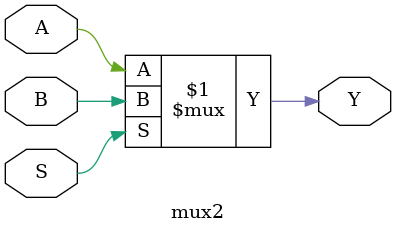
<source format=sv>
module mux2(input S, A, B, output Y);
  assign Y = S ? B : A;
endmodule: mux2
</source>
